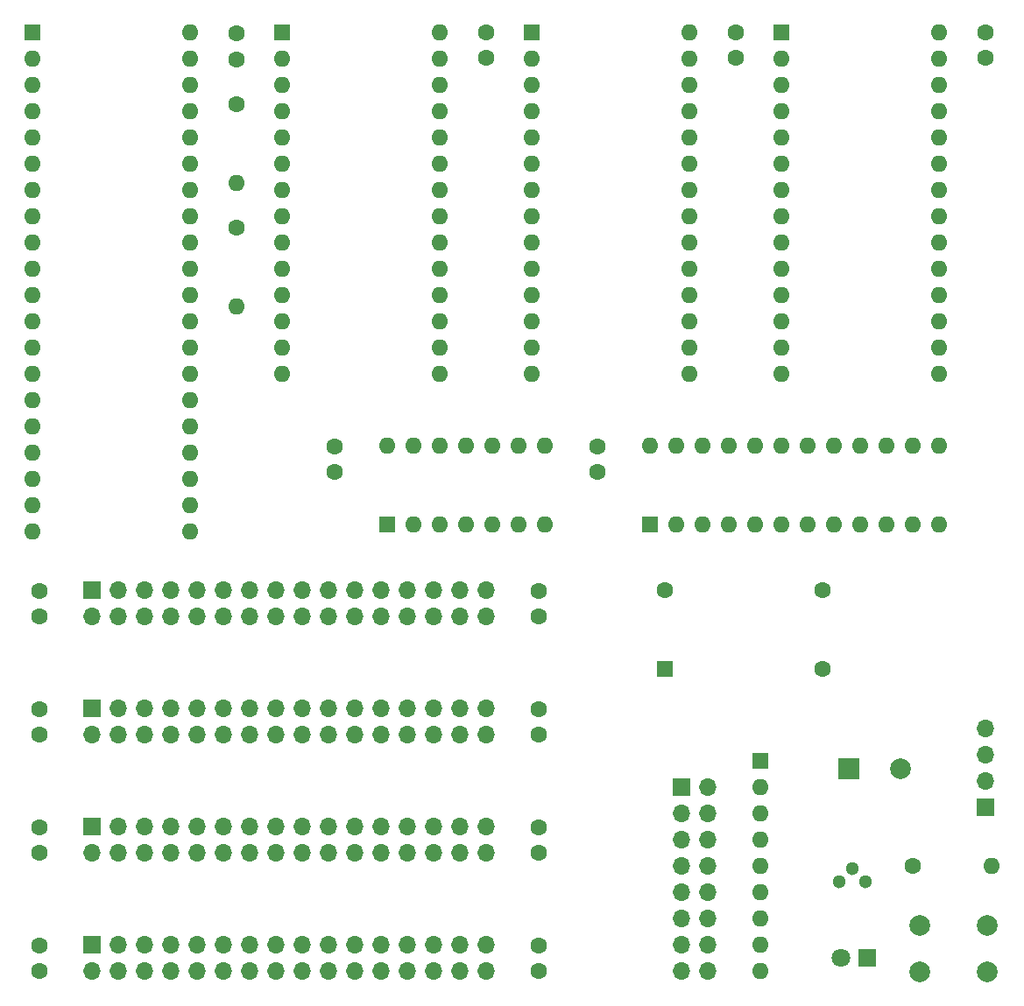
<source format=gbr>
%TF.GenerationSoftware,KiCad,Pcbnew,(5.1.9-0-10_14)*%
%TF.CreationDate,2021-03-08T16:43:49+01:00*%
%TF.ProjectId,n8 bit special,6e382062-6974-4207-9370-656369616c2e,rev?*%
%TF.SameCoordinates,Original*%
%TF.FileFunction,Soldermask,Top*%
%TF.FilePolarity,Negative*%
%FSLAX46Y46*%
G04 Gerber Fmt 4.6, Leading zero omitted, Abs format (unit mm)*
G04 Created by KiCad (PCBNEW (5.1.9-0-10_14)) date 2021-03-08 16:43:49*
%MOMM*%
%LPD*%
G01*
G04 APERTURE LIST*
%ADD10C,1.600000*%
%ADD11R,2.000000X2.000000*%
%ADD12C,2.000000*%
%ADD13R,1.800000X1.800000*%
%ADD14C,1.800000*%
%ADD15R,1.700000X1.700000*%
%ADD16O,1.700000X1.700000*%
%ADD17O,1.600000X1.600000*%
%ADD18R,1.600000X1.600000*%
%ADD19C,1.300000*%
G04 APERTURE END LIST*
D10*
%TO.C,C1*%
X120015000Y-87630000D03*
X120015000Y-85130000D03*
%TD*%
D11*
%TO.C,C2*%
X169672000Y-116332000D03*
D12*
X174672000Y-116332000D03*
%TD*%
D10*
%TO.C,C3*%
X91440000Y-99100000D03*
X91440000Y-101600000D03*
%TD*%
%TO.C,C4*%
X139700000Y-99100000D03*
X139700000Y-101600000D03*
%TD*%
%TO.C,C5*%
X91440000Y-133390000D03*
X91440000Y-135890000D03*
%TD*%
%TO.C,C6*%
X139700000Y-135890000D03*
X139700000Y-133390000D03*
%TD*%
%TO.C,C7*%
X91440000Y-110530000D03*
X91440000Y-113030000D03*
%TD*%
%TO.C,C8*%
X139700000Y-113030000D03*
X139700000Y-110530000D03*
%TD*%
%TO.C,C9*%
X91440000Y-121960000D03*
X91440000Y-124460000D03*
%TD*%
%TO.C,C10*%
X139700000Y-124460000D03*
X139700000Y-121960000D03*
%TD*%
%TO.C,C11*%
X110490000Y-47712000D03*
X110490000Y-45212000D03*
%TD*%
%TO.C,C12*%
X158750000Y-45085000D03*
X158750000Y-47585000D03*
%TD*%
%TO.C,C13*%
X134620000Y-45085000D03*
X134620000Y-47585000D03*
%TD*%
%TO.C,C14*%
X182880000Y-45085000D03*
X182880000Y-47585000D03*
%TD*%
D13*
%TO.C,D1*%
X171450000Y-134620000D03*
D14*
X168910000Y-134620000D03*
%TD*%
D15*
%TO.C,J1*%
X182880000Y-120015000D03*
D16*
X182880000Y-117475000D03*
X182880000Y-114935000D03*
X182880000Y-112395000D03*
%TD*%
D15*
%TO.C,J2*%
X96520000Y-99060000D03*
D16*
X96520000Y-101600000D03*
X99060000Y-99060000D03*
X99060000Y-101600000D03*
X101600000Y-99060000D03*
X101600000Y-101600000D03*
X104140000Y-99060000D03*
X104140000Y-101600000D03*
X106680000Y-99060000D03*
X106680000Y-101600000D03*
X109220000Y-99060000D03*
X109220000Y-101600000D03*
X111760000Y-99060000D03*
X111760000Y-101600000D03*
X114300000Y-99060000D03*
X114300000Y-101600000D03*
X116840000Y-99060000D03*
X116840000Y-101600000D03*
X119380000Y-99060000D03*
X119380000Y-101600000D03*
X121920000Y-99060000D03*
X121920000Y-101600000D03*
X124460000Y-99060000D03*
X124460000Y-101600000D03*
X127000000Y-99060000D03*
X127000000Y-101600000D03*
X129540000Y-99060000D03*
X129540000Y-101600000D03*
X132080000Y-99060000D03*
X132080000Y-101600000D03*
X134620000Y-99060000D03*
X134620000Y-101600000D03*
%TD*%
D15*
%TO.C,J3*%
X96520000Y-121920000D03*
D16*
X96520000Y-124460000D03*
X99060000Y-121920000D03*
X99060000Y-124460000D03*
X101600000Y-121920000D03*
X101600000Y-124460000D03*
X104140000Y-121920000D03*
X104140000Y-124460000D03*
X106680000Y-121920000D03*
X106680000Y-124460000D03*
X109220000Y-121920000D03*
X109220000Y-124460000D03*
X111760000Y-121920000D03*
X111760000Y-124460000D03*
X114300000Y-121920000D03*
X114300000Y-124460000D03*
X116840000Y-121920000D03*
X116840000Y-124460000D03*
X119380000Y-121920000D03*
X119380000Y-124460000D03*
X121920000Y-121920000D03*
X121920000Y-124460000D03*
X124460000Y-121920000D03*
X124460000Y-124460000D03*
X127000000Y-121920000D03*
X127000000Y-124460000D03*
X129540000Y-121920000D03*
X129540000Y-124460000D03*
X132080000Y-121920000D03*
X132080000Y-124460000D03*
X134620000Y-121920000D03*
X134620000Y-124460000D03*
%TD*%
%TO.C,J4*%
X134620000Y-113030000D03*
X134620000Y-110490000D03*
X132080000Y-113030000D03*
X132080000Y-110490000D03*
X129540000Y-113030000D03*
X129540000Y-110490000D03*
X127000000Y-113030000D03*
X127000000Y-110490000D03*
X124460000Y-113030000D03*
X124460000Y-110490000D03*
X121920000Y-113030000D03*
X121920000Y-110490000D03*
X119380000Y-113030000D03*
X119380000Y-110490000D03*
X116840000Y-113030000D03*
X116840000Y-110490000D03*
X114300000Y-113030000D03*
X114300000Y-110490000D03*
X111760000Y-113030000D03*
X111760000Y-110490000D03*
X109220000Y-113030000D03*
X109220000Y-110490000D03*
X106680000Y-113030000D03*
X106680000Y-110490000D03*
X104140000Y-113030000D03*
X104140000Y-110490000D03*
X101600000Y-113030000D03*
X101600000Y-110490000D03*
X99060000Y-113030000D03*
X99060000Y-110490000D03*
X96520000Y-113030000D03*
D15*
X96520000Y-110490000D03*
%TD*%
D16*
%TO.C,J5*%
X134620000Y-135890000D03*
X134620000Y-133350000D03*
X132080000Y-135890000D03*
X132080000Y-133350000D03*
X129540000Y-135890000D03*
X129540000Y-133350000D03*
X127000000Y-135890000D03*
X127000000Y-133350000D03*
X124460000Y-135890000D03*
X124460000Y-133350000D03*
X121920000Y-135890000D03*
X121920000Y-133350000D03*
X119380000Y-135890000D03*
X119380000Y-133350000D03*
X116840000Y-135890000D03*
X116840000Y-133350000D03*
X114300000Y-135890000D03*
X114300000Y-133350000D03*
X111760000Y-135890000D03*
X111760000Y-133350000D03*
X109220000Y-135890000D03*
X109220000Y-133350000D03*
X106680000Y-135890000D03*
X106680000Y-133350000D03*
X104140000Y-135890000D03*
X104140000Y-133350000D03*
X101600000Y-135890000D03*
X101600000Y-133350000D03*
X99060000Y-135890000D03*
X99060000Y-133350000D03*
X96520000Y-135890000D03*
D15*
X96520000Y-133350000D03*
%TD*%
D10*
%TO.C,R1*%
X175895000Y-125730000D03*
D17*
X183515000Y-125730000D03*
%TD*%
D10*
%TO.C,R2*%
X110490000Y-52070000D03*
D17*
X110490000Y-59690000D03*
%TD*%
%TO.C,R3*%
X110490000Y-71628000D03*
D10*
X110490000Y-64008000D03*
%TD*%
D18*
%TO.C,RN1*%
X161163000Y-115570000D03*
D17*
X161163000Y-118110000D03*
X161163000Y-120650000D03*
X161163000Y-123190000D03*
X161163000Y-125730000D03*
X161163000Y-128270000D03*
X161163000Y-130810000D03*
X161163000Y-133350000D03*
X161163000Y-135890000D03*
%TD*%
D19*
%TO.C,U7*%
X170053000Y-125984000D03*
X171323000Y-127254000D03*
X168783000Y-127254000D03*
%TD*%
D18*
%TO.C,U6*%
X150495000Y-92710000D03*
D17*
X178435000Y-85090000D03*
X153035000Y-92710000D03*
X175895000Y-85090000D03*
X155575000Y-92710000D03*
X173355000Y-85090000D03*
X158115000Y-92710000D03*
X170815000Y-85090000D03*
X160655000Y-92710000D03*
X168275000Y-85090000D03*
X163195000Y-92710000D03*
X165735000Y-85090000D03*
X165735000Y-92710000D03*
X163195000Y-85090000D03*
X168275000Y-92710000D03*
X160655000Y-85090000D03*
X170815000Y-92710000D03*
X158115000Y-85090000D03*
X173355000Y-92710000D03*
X155575000Y-85090000D03*
X175895000Y-92710000D03*
X153035000Y-85090000D03*
X178435000Y-92710000D03*
X150495000Y-85090000D03*
%TD*%
D18*
%TO.C,X1*%
X151892000Y-106680000D03*
D10*
X151892000Y-99060000D03*
X167132000Y-99060000D03*
X167132000Y-106680000D03*
%TD*%
%TO.C,C15*%
X145415000Y-87630000D03*
X145415000Y-85130000D03*
%TD*%
D15*
%TO.C,J6*%
X153543000Y-118110000D03*
D16*
X156083000Y-118110000D03*
X153543000Y-120650000D03*
X156083000Y-120650000D03*
X153543000Y-123190000D03*
X156083000Y-123190000D03*
X153543000Y-125730000D03*
X156083000Y-125730000D03*
X153543000Y-128270000D03*
X156083000Y-128270000D03*
X153543000Y-130810000D03*
X156083000Y-130810000D03*
X153543000Y-133350000D03*
X156083000Y-133350000D03*
X153543000Y-135890000D03*
X156083000Y-135890000D03*
%TD*%
D12*
%TO.C,SW1*%
X176530000Y-135945000D03*
X176530000Y-131445000D03*
X183030000Y-135945000D03*
X183030000Y-131445000D03*
%TD*%
D18*
%TO.C,U1*%
X90805000Y-45085000D03*
D17*
X106045000Y-93345000D03*
X90805000Y-47625000D03*
X106045000Y-90805000D03*
X90805000Y-50165000D03*
X106045000Y-88265000D03*
X90805000Y-52705000D03*
X106045000Y-85725000D03*
X90805000Y-55245000D03*
X106045000Y-83185000D03*
X90805000Y-57785000D03*
X106045000Y-80645000D03*
X90805000Y-60325000D03*
X106045000Y-78105000D03*
X90805000Y-62865000D03*
X106045000Y-75565000D03*
X90805000Y-65405000D03*
X106045000Y-73025000D03*
X90805000Y-67945000D03*
X106045000Y-70485000D03*
X90805000Y-70485000D03*
X106045000Y-67945000D03*
X90805000Y-73025000D03*
X106045000Y-65405000D03*
X90805000Y-75565000D03*
X106045000Y-62865000D03*
X90805000Y-78105000D03*
X106045000Y-60325000D03*
X90805000Y-80645000D03*
X106045000Y-57785000D03*
X90805000Y-83185000D03*
X106045000Y-55245000D03*
X90805000Y-85725000D03*
X106045000Y-52705000D03*
X90805000Y-88265000D03*
X106045000Y-50165000D03*
X90805000Y-90805000D03*
X106045000Y-47625000D03*
X90805000Y-93345000D03*
X106045000Y-45085000D03*
%TD*%
D18*
%TO.C,U2*%
X114935000Y-45085000D03*
D17*
X130175000Y-78105000D03*
X114935000Y-47625000D03*
X130175000Y-75565000D03*
X114935000Y-50165000D03*
X130175000Y-73025000D03*
X114935000Y-52705000D03*
X130175000Y-70485000D03*
X114935000Y-55245000D03*
X130175000Y-67945000D03*
X114935000Y-57785000D03*
X130175000Y-65405000D03*
X114935000Y-60325000D03*
X130175000Y-62865000D03*
X114935000Y-62865000D03*
X130175000Y-60325000D03*
X114935000Y-65405000D03*
X130175000Y-57785000D03*
X114935000Y-67945000D03*
X130175000Y-55245000D03*
X114935000Y-70485000D03*
X130175000Y-52705000D03*
X114935000Y-73025000D03*
X130175000Y-50165000D03*
X114935000Y-75565000D03*
X130175000Y-47625000D03*
X114935000Y-78105000D03*
X130175000Y-45085000D03*
%TD*%
D18*
%TO.C,U3*%
X139065000Y-45085000D03*
D17*
X154305000Y-78105000D03*
X139065000Y-47625000D03*
X154305000Y-75565000D03*
X139065000Y-50165000D03*
X154305000Y-73025000D03*
X139065000Y-52705000D03*
X154305000Y-70485000D03*
X139065000Y-55245000D03*
X154305000Y-67945000D03*
X139065000Y-57785000D03*
X154305000Y-65405000D03*
X139065000Y-60325000D03*
X154305000Y-62865000D03*
X139065000Y-62865000D03*
X154305000Y-60325000D03*
X139065000Y-65405000D03*
X154305000Y-57785000D03*
X139065000Y-67945000D03*
X154305000Y-55245000D03*
X139065000Y-70485000D03*
X154305000Y-52705000D03*
X139065000Y-73025000D03*
X154305000Y-50165000D03*
X139065000Y-75565000D03*
X154305000Y-47625000D03*
X139065000Y-78105000D03*
X154305000Y-45085000D03*
%TD*%
%TO.C,U4*%
X178435000Y-45085000D03*
X163195000Y-78105000D03*
X178435000Y-47625000D03*
X163195000Y-75565000D03*
X178435000Y-50165000D03*
X163195000Y-73025000D03*
X178435000Y-52705000D03*
X163195000Y-70485000D03*
X178435000Y-55245000D03*
X163195000Y-67945000D03*
X178435000Y-57785000D03*
X163195000Y-65405000D03*
X178435000Y-60325000D03*
X163195000Y-62865000D03*
X178435000Y-62865000D03*
X163195000Y-60325000D03*
X178435000Y-65405000D03*
X163195000Y-57785000D03*
X178435000Y-67945000D03*
X163195000Y-55245000D03*
X178435000Y-70485000D03*
X163195000Y-52705000D03*
X178435000Y-73025000D03*
X163195000Y-50165000D03*
X178435000Y-75565000D03*
X163195000Y-47625000D03*
X178435000Y-78105000D03*
D18*
X163195000Y-45085000D03*
%TD*%
%TO.C,U5*%
X125095000Y-92710000D03*
D17*
X140335000Y-85090000D03*
X127635000Y-92710000D03*
X137795000Y-85090000D03*
X130175000Y-92710000D03*
X135255000Y-85090000D03*
X132715000Y-92710000D03*
X132715000Y-85090000D03*
X135255000Y-92710000D03*
X130175000Y-85090000D03*
X137795000Y-92710000D03*
X127635000Y-85090000D03*
X140335000Y-92710000D03*
X125095000Y-85090000D03*
%TD*%
M02*

</source>
